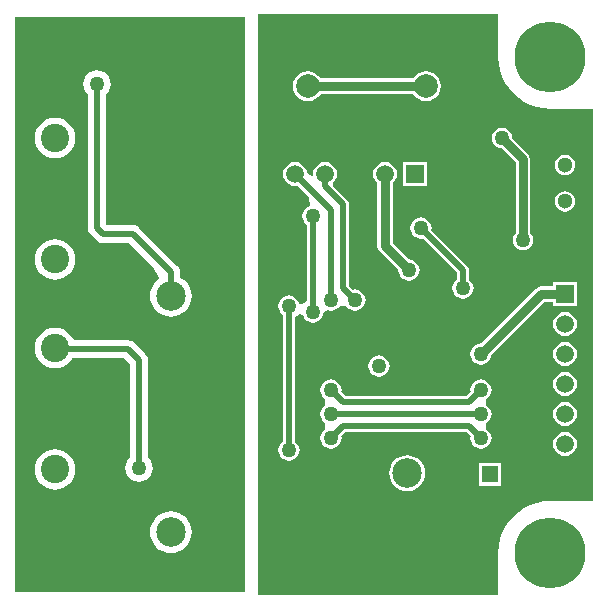
<source format=gtl>
%FSLAX25Y25*%
%MOIN*%
G70*
G01*
G75*
G04 Layer_Physical_Order=1*
G04 Layer_Color=255*
%ADD10C,0.02000*%
%ADD11C,0.03000*%
%ADD12C,0.10000*%
%ADD13C,0.05000*%
%ADD14C,0.07874*%
%ADD15C,0.09843*%
%ADD16C,0.05906*%
%ADD17R,0.05906X0.05906*%
%ADD18C,0.05118*%
%ADD19R,0.05512X0.05512*%
%ADD20C,0.05512*%
%ADD21C,0.23622*%
%ADD22R,0.05906X0.05906*%
%ADD23C,0.09449*%
%ADD24C,0.05000*%
G36*
X163825Y181102D02*
X163817D01*
X163965Y178846D01*
X164406Y176629D01*
X165133Y174488D01*
X166133Y172460D01*
X167389Y170580D01*
X168880Y168880D01*
X170580Y167389D01*
X172460Y166133D01*
X174488Y165133D01*
X176629Y164406D01*
X178846Y163965D01*
X181102Y163817D01*
Y163825D01*
X195321D01*
Y33026D01*
X181102D01*
Y33033D01*
X178846Y32885D01*
X176629Y32444D01*
X174488Y31717D01*
X172460Y30717D01*
X170580Y29461D01*
X168880Y27970D01*
X167389Y26270D01*
X166133Y24390D01*
X165133Y22363D01*
X164406Y20222D01*
X163965Y18004D01*
X163817Y15748D01*
X163825D01*
Y1529D01*
X83529D01*
Y195321D01*
X163825D01*
Y181102D01*
D02*
G37*
G36*
X79451Y2549D02*
X2549D01*
Y194301D01*
X79451D01*
Y2549D01*
D02*
G37*
%LPC*%
G36*
X186000Y75987D02*
X184968Y75851D01*
X184007Y75453D01*
X183181Y74819D01*
X182547Y73993D01*
X182149Y73032D01*
X182013Y72000D01*
X182149Y70968D01*
X182547Y70007D01*
X183181Y69181D01*
X184007Y68547D01*
X184968Y68149D01*
X186000Y68013D01*
X187032Y68149D01*
X187993Y68547D01*
X188819Y69181D01*
X189453Y70007D01*
X189851Y70968D01*
X189987Y72000D01*
X189851Y73032D01*
X189453Y73993D01*
X188819Y74819D01*
X187993Y75453D01*
X187032Y75851D01*
X186000Y75987D01*
D02*
G37*
G36*
Y65987D02*
X184968Y65851D01*
X184007Y65453D01*
X183181Y64819D01*
X182547Y63993D01*
X182149Y63032D01*
X182013Y62000D01*
X182149Y60968D01*
X182547Y60007D01*
X183181Y59181D01*
X184007Y58547D01*
X184968Y58149D01*
X186000Y58013D01*
X187032Y58149D01*
X187993Y58547D01*
X188819Y59181D01*
X189453Y60007D01*
X189851Y60968D01*
X189987Y62000D01*
X189851Y63032D01*
X189453Y63993D01*
X188819Y64819D01*
X187993Y65453D01*
X187032Y65851D01*
X186000Y65987D01*
D02*
G37*
G36*
X158000Y73530D02*
X157086Y73410D01*
X156235Y73057D01*
X155504Y72496D01*
X154943Y71765D01*
X154590Y70914D01*
X154470Y70000D01*
X154545Y69429D01*
X153155Y68039D01*
X112845D01*
X111455Y69429D01*
X111530Y70000D01*
X111410Y70914D01*
X111057Y71765D01*
X110496Y72496D01*
X109765Y73057D01*
X108914Y73410D01*
X108000Y73530D01*
X107086Y73410D01*
X106235Y73057D01*
X105504Y72496D01*
X104943Y71765D01*
X104590Y70914D01*
X104470Y70000D01*
X104590Y69086D01*
X104943Y68235D01*
X105504Y67504D01*
X106160Y67000D01*
Y65000D01*
X105504Y64496D01*
X104943Y63765D01*
X104590Y62914D01*
X104470Y62000D01*
X104590Y61086D01*
X104943Y60235D01*
X105504Y59504D01*
X106160Y59000D01*
Y57000D01*
X105504Y56496D01*
X104943Y55765D01*
X104590Y54914D01*
X104470Y54000D01*
X104590Y53086D01*
X104943Y52235D01*
X105504Y51504D01*
X106235Y50943D01*
X107086Y50590D01*
X108000Y50470D01*
X108914Y50590D01*
X109765Y50943D01*
X110496Y51504D01*
X111057Y52235D01*
X111410Y53086D01*
X111530Y54000D01*
X111455Y54571D01*
X112845Y55961D01*
X153155D01*
X154545Y54571D01*
X154470Y54000D01*
X154590Y53086D01*
X154943Y52235D01*
X155504Y51504D01*
X156235Y50943D01*
X157086Y50590D01*
X158000Y50470D01*
X158914Y50590D01*
X159765Y50943D01*
X160496Y51504D01*
X161057Y52235D01*
X161410Y53086D01*
X161530Y54000D01*
X161410Y54914D01*
X161057Y55765D01*
X160496Y56496D01*
X159840Y57000D01*
Y59000D01*
X160496Y59504D01*
X161057Y60235D01*
X161410Y61086D01*
X161530Y62000D01*
X161410Y62914D01*
X161057Y63765D01*
X160496Y64496D01*
X159840Y65000D01*
Y67000D01*
X160496Y67504D01*
X161057Y68235D01*
X161410Y69086D01*
X161530Y70000D01*
X161410Y70914D01*
X161057Y71765D01*
X160496Y72496D01*
X159765Y73057D01*
X158914Y73410D01*
X158000Y73530D01*
D02*
G37*
G36*
X186000Y85987D02*
X184968Y85851D01*
X184007Y85453D01*
X183181Y84819D01*
X182547Y83993D01*
X182149Y83032D01*
X182013Y82000D01*
X182149Y80968D01*
X182547Y80007D01*
X183181Y79181D01*
X184007Y78547D01*
X184968Y78149D01*
X186000Y78013D01*
X187032Y78149D01*
X187993Y78547D01*
X188819Y79181D01*
X189453Y80007D01*
X189851Y80968D01*
X189987Y82000D01*
X189851Y83032D01*
X189453Y83993D01*
X188819Y84819D01*
X187993Y85453D01*
X187032Y85851D01*
X186000Y85987D01*
D02*
G37*
G36*
X124000Y81530D02*
X123086Y81410D01*
X122235Y81057D01*
X121504Y80496D01*
X120943Y79765D01*
X120590Y78914D01*
X120470Y78000D01*
X120590Y77086D01*
X120943Y76235D01*
X121504Y75504D01*
X122235Y74943D01*
X123086Y74590D01*
X124000Y74470D01*
X124914Y74590D01*
X125765Y74943D01*
X126496Y75504D01*
X127057Y76235D01*
X127410Y77086D01*
X127530Y78000D01*
X127410Y78914D01*
X127057Y79765D01*
X126496Y80496D01*
X125765Y81057D01*
X124914Y81410D01*
X124000Y81530D01*
D02*
G37*
G36*
X186000Y55987D02*
X184968Y55851D01*
X184007Y55453D01*
X183181Y54819D01*
X182547Y53993D01*
X182149Y53032D01*
X182013Y52000D01*
X182149Y50968D01*
X182547Y50007D01*
X183181Y49181D01*
X184007Y48547D01*
X184968Y48149D01*
X186000Y48013D01*
X187032Y48149D01*
X187993Y48547D01*
X188819Y49181D01*
X189453Y50007D01*
X189851Y50968D01*
X189987Y52000D01*
X189851Y53032D01*
X189453Y53993D01*
X188819Y54819D01*
X187993Y55453D01*
X187032Y55851D01*
X186000Y55987D01*
D02*
G37*
G36*
X133370Y48265D02*
X132209Y48151D01*
X131093Y47812D01*
X130064Y47262D01*
X129163Y46522D01*
X128423Y45621D01*
X127873Y44592D01*
X127534Y43476D01*
X127420Y42315D01*
X127534Y41154D01*
X127873Y40038D01*
X128423Y39009D01*
X129163Y38108D01*
X130064Y37368D01*
X131093Y36818D01*
X132209Y36479D01*
X133370Y36365D01*
X134531Y36479D01*
X135647Y36818D01*
X136676Y37368D01*
X137577Y38108D01*
X138317Y39009D01*
X138867Y40038D01*
X139206Y41154D01*
X139320Y42315D01*
X139206Y43476D01*
X138867Y44592D01*
X138317Y45621D01*
X137577Y46522D01*
X136676Y47262D01*
X135647Y47812D01*
X134531Y48151D01*
X133370Y48265D01*
D02*
G37*
G36*
X54630Y29585D02*
X53273Y29451D01*
X51968Y29055D01*
X50766Y28413D01*
X49712Y27548D01*
X48847Y26494D01*
X48205Y25291D01*
X47809Y23987D01*
X47675Y22630D01*
X47809Y21273D01*
X48205Y19969D01*
X48847Y18766D01*
X49712Y17712D01*
X50766Y16847D01*
X51968Y16205D01*
X53273Y15809D01*
X54630Y15675D01*
X55987Y15809D01*
X57291Y16205D01*
X58494Y16847D01*
X59548Y17712D01*
X60413Y18766D01*
X61055Y19969D01*
X61451Y21273D01*
X61585Y22630D01*
X61451Y23987D01*
X61055Y25291D01*
X60413Y26494D01*
X59548Y27548D01*
X58494Y28413D01*
X57291Y29055D01*
X55987Y29451D01*
X54630Y29585D01*
D02*
G37*
G36*
X16000Y50284D02*
X14682Y50155D01*
X13414Y49770D01*
X12246Y49146D01*
X11222Y48305D01*
X10382Y47282D01*
X9757Y46113D01*
X9373Y44846D01*
X9243Y43528D01*
X9373Y42209D01*
X9757Y40942D01*
X10382Y39774D01*
X11222Y38750D01*
X12246Y37909D01*
X13414Y37285D01*
X14682Y36900D01*
X16000Y36771D01*
X17318Y36900D01*
X18586Y37285D01*
X19754Y37909D01*
X20778Y38750D01*
X21618Y39774D01*
X22243Y40942D01*
X22627Y42209D01*
X22757Y43528D01*
X22627Y44846D01*
X22243Y46113D01*
X21618Y47282D01*
X20778Y48305D01*
X19754Y49146D01*
X18586Y49770D01*
X17318Y50155D01*
X16000Y50284D01*
D02*
G37*
G36*
Y90757D02*
X14682Y90627D01*
X13414Y90243D01*
X12246Y89618D01*
X11222Y88778D01*
X10382Y87754D01*
X9757Y86586D01*
X9373Y85318D01*
X9243Y84000D01*
X9373Y82682D01*
X9757Y81414D01*
X10382Y80246D01*
X11222Y79222D01*
X12246Y78382D01*
X13414Y77757D01*
X14682Y77373D01*
X16000Y77243D01*
X17318Y77373D01*
X18586Y77757D01*
X19754Y78382D01*
X20778Y79222D01*
X21618Y80246D01*
X21780Y80549D01*
X39172D01*
X40974Y78747D01*
Y47350D01*
X40791Y47209D01*
X40069Y46269D01*
X39616Y45175D01*
X39461Y44000D01*
X39616Y42825D01*
X40069Y41731D01*
X40791Y40791D01*
X41731Y40069D01*
X42825Y39616D01*
X44000Y39461D01*
X45175Y39616D01*
X46269Y40069D01*
X47209Y40791D01*
X47931Y41731D01*
X48384Y42825D01*
X48539Y44000D01*
X48384Y45175D01*
X47931Y46269D01*
X47209Y47209D01*
X47026Y47350D01*
Y80000D01*
X46923Y80783D01*
X46621Y81513D01*
X46140Y82140D01*
X42565Y85714D01*
X41938Y86195D01*
X41208Y86498D01*
X40425Y86601D01*
X22235D01*
X21618Y87754D01*
X20778Y88778D01*
X19754Y89618D01*
X18586Y90243D01*
X17318Y90627D01*
X16000Y90757D01*
D02*
G37*
G36*
X164756Y45661D02*
X157244D01*
Y38150D01*
X164756D01*
Y45661D01*
D02*
G37*
G36*
X106000Y145987D02*
X104968Y145851D01*
X104007Y145453D01*
X103181Y144819D01*
X102547Y143993D01*
X102149Y143032D01*
X102013Y142000D01*
X102082Y141481D01*
X101129Y141011D01*
X101718Y141302D01*
X99955Y142245D01*
X99851Y143032D01*
X99453Y143993D01*
X98819Y144819D01*
X97993Y145453D01*
X97032Y145851D01*
X96000Y145987D01*
X94968Y145851D01*
X94007Y145453D01*
X93181Y144819D01*
X92547Y143993D01*
X92149Y143032D01*
X92013Y142000D01*
X92149Y140968D01*
X92547Y140007D01*
X93181Y139181D01*
X94007Y138547D01*
X94968Y138149D01*
X96000Y138013D01*
X96975Y138142D01*
X100743Y134019D01*
X101043Y131739D01*
X100958Y131357D01*
X100235Y131057D01*
X99504Y130496D01*
X98943Y129765D01*
X98590Y128914D01*
X98470Y128000D01*
X98590Y127086D01*
X98943Y126235D01*
X99504Y125504D01*
X99961Y125153D01*
Y99782D01*
X98374Y98564D01*
X97422Y98819D01*
X97410Y98914D01*
X97057Y99765D01*
X96496Y100496D01*
X95765Y101057D01*
X94914Y101410D01*
X94000Y101530D01*
X93086Y101410D01*
X92235Y101057D01*
X91504Y100496D01*
X90943Y99765D01*
X90590Y98914D01*
X90470Y98000D01*
X90590Y97086D01*
X90943Y96235D01*
X91504Y95504D01*
X91961Y95153D01*
Y52847D01*
X91504Y52496D01*
X90943Y51765D01*
X90590Y50914D01*
X90470Y50000D01*
X90590Y49086D01*
X90943Y48235D01*
X91504Y47504D01*
X92235Y46943D01*
X93086Y46590D01*
X94000Y46470D01*
X94914Y46590D01*
X95765Y46943D01*
X96496Y47504D01*
X97057Y48235D01*
X97410Y49086D01*
X97530Y50000D01*
X97410Y50914D01*
X97057Y51765D01*
X96496Y52496D01*
X96039Y52847D01*
Y94218D01*
X97626Y95436D01*
X98578Y95181D01*
X98590Y95086D01*
X98943Y94235D01*
X99504Y93504D01*
X100235Y92943D01*
X101086Y92590D01*
X102000Y92470D01*
X102914Y92590D01*
X103765Y92943D01*
X104496Y93504D01*
X105057Y94235D01*
X105410Y95086D01*
X105530Y96000D01*
Y96000D01*
X105530Y96000D01*
X107086Y96590D01*
X108000Y96470D01*
X108914Y96590D01*
X109765Y96943D01*
X110496Y97504D01*
X111000Y98160D01*
X113000D01*
X113504Y97504D01*
X114235Y96943D01*
X115086Y96590D01*
X116000Y96470D01*
X116914Y96590D01*
X117765Y96943D01*
X118496Y97504D01*
X119057Y98235D01*
X119410Y99086D01*
X119530Y100000D01*
X119410Y100914D01*
X119057Y101765D01*
X118496Y102496D01*
X117765Y103057D01*
X116914Y103410D01*
X116000Y103530D01*
X115429Y103455D01*
X114039Y104845D01*
Y132000D01*
X113884Y132780D01*
X113442Y133442D01*
X108750Y138133D01*
X108819Y139181D01*
X109453Y140007D01*
X109851Y140968D01*
X109987Y142000D01*
X109851Y143032D01*
X109453Y143993D01*
X108819Y144819D01*
X107993Y145453D01*
X107032Y145851D01*
X106000Y145987D01*
D02*
G37*
G36*
X139953Y145953D02*
X132047D01*
Y138047D01*
X139953D01*
Y145953D01*
D02*
G37*
G36*
X186000Y136286D02*
X185123Y136170D01*
X184306Y135832D01*
X183604Y135293D01*
X183066Y134592D01*
X182727Y133774D01*
X182612Y132898D01*
X182727Y132021D01*
X183066Y131204D01*
X183604Y130502D01*
X184306Y129964D01*
X185123Y129625D01*
X186000Y129510D01*
X186877Y129625D01*
X187694Y129964D01*
X188396Y130502D01*
X188934Y131204D01*
X189273Y132021D01*
X189388Y132898D01*
X189273Y133774D01*
X188934Y134592D01*
X188396Y135293D01*
X187694Y135832D01*
X186877Y136170D01*
X186000Y136286D01*
D02*
G37*
G36*
X139685Y176287D02*
X138396Y176117D01*
X137195Y175620D01*
X136164Y174828D01*
X135418Y173856D01*
X104582D01*
X103836Y174828D01*
X102805Y175620D01*
X101604Y176117D01*
X100315Y176287D01*
X99026Y176117D01*
X97825Y175620D01*
X96794Y174828D01*
X96003Y173797D01*
X95505Y172596D01*
X95335Y171307D01*
X95505Y170018D01*
X96003Y168817D01*
X96794Y167786D01*
X97825Y166995D01*
X99026Y166497D01*
X100315Y166328D01*
X101604Y166497D01*
X102805Y166995D01*
X103836Y167786D01*
X104582Y168758D01*
X135418D01*
X136164Y167786D01*
X137195Y166995D01*
X138396Y166497D01*
X139685Y166328D01*
X140974Y166497D01*
X142175Y166995D01*
X143206Y167786D01*
X143998Y168817D01*
X144495Y170018D01*
X144665Y171307D01*
X144495Y172596D01*
X143998Y173797D01*
X143206Y174828D01*
X142175Y175620D01*
X140974Y176117D01*
X139685Y176287D01*
D02*
G37*
G36*
X16000Y160757D02*
X14682Y160627D01*
X13414Y160243D01*
X12246Y159618D01*
X11222Y158778D01*
X10382Y157754D01*
X9757Y156586D01*
X9373Y155318D01*
X9243Y154000D01*
X9373Y152682D01*
X9757Y151414D01*
X10382Y150246D01*
X11222Y149222D01*
X12246Y148382D01*
X13414Y147757D01*
X14682Y147373D01*
X16000Y147243D01*
X17318Y147373D01*
X18586Y147757D01*
X19754Y148382D01*
X20778Y149222D01*
X21618Y150246D01*
X22243Y151414D01*
X22627Y152682D01*
X22757Y154000D01*
X22627Y155318D01*
X22243Y156586D01*
X21618Y157754D01*
X20778Y158778D01*
X19754Y159618D01*
X18586Y160243D01*
X17318Y160627D01*
X16000Y160757D01*
D02*
G37*
G36*
X186000Y148490D02*
X185123Y148375D01*
X184306Y148037D01*
X183604Y147498D01*
X183066Y146796D01*
X182727Y145979D01*
X182612Y145102D01*
X182727Y144226D01*
X183066Y143408D01*
X183604Y142707D01*
X184306Y142168D01*
X185123Y141830D01*
X186000Y141714D01*
X186877Y141830D01*
X187694Y142168D01*
X188396Y142707D01*
X188934Y143408D01*
X189273Y144226D01*
X189388Y145102D01*
X189273Y145979D01*
X188934Y146796D01*
X188396Y147498D01*
X187694Y148037D01*
X186877Y148375D01*
X186000Y148490D01*
D02*
G37*
G36*
X165000Y157328D02*
X164138Y157215D01*
X163336Y156883D01*
X162646Y156354D01*
X162118Y155664D01*
X161785Y154861D01*
X161671Y154000D01*
X161785Y153138D01*
X162118Y152336D01*
X162646Y151646D01*
X163336Y151118D01*
X164138Y150785D01*
X165000Y150672D01*
X165011Y150673D01*
X169655Y146029D01*
Y122360D01*
X169646Y122354D01*
X169117Y121664D01*
X168785Y120861D01*
X168672Y120000D01*
X168785Y119139D01*
X169117Y118336D01*
X169646Y117646D01*
X170336Y117118D01*
X171139Y116785D01*
X172000Y116672D01*
X172862Y116785D01*
X173664Y117118D01*
X174354Y117646D01*
X174882Y118336D01*
X175215Y119139D01*
X175329Y120000D01*
X175215Y120861D01*
X174882Y121664D01*
X174354Y122354D01*
X174345Y122360D01*
Y147000D01*
X174167Y147897D01*
X173658Y148658D01*
X173658Y148658D01*
X168327Y153989D01*
X168328Y154000D01*
X168215Y154861D01*
X167883Y155664D01*
X167354Y156354D01*
X166664Y156883D01*
X165861Y157215D01*
X165000Y157328D01*
D02*
G37*
G36*
X189953Y105953D02*
X182047D01*
Y104549D01*
X178000D01*
X177024Y104355D01*
X176198Y103802D01*
X157914Y85519D01*
X157086Y85410D01*
X156235Y85057D01*
X155504Y84496D01*
X154943Y83765D01*
X154590Y82914D01*
X154470Y82000D01*
X154590Y81086D01*
X154943Y80235D01*
X155504Y79504D01*
X156235Y78943D01*
X157086Y78590D01*
X158000Y78470D01*
X158914Y78590D01*
X159765Y78943D01*
X160496Y79504D01*
X161057Y80235D01*
X161410Y81086D01*
X161519Y81914D01*
X179056Y99451D01*
X182047D01*
Y98047D01*
X189953D01*
Y105953D01*
D02*
G37*
G36*
X30000Y176539D02*
X28825Y176384D01*
X27731Y175931D01*
X26791Y175209D01*
X26069Y174269D01*
X25616Y173175D01*
X25461Y172000D01*
X25616Y170825D01*
X26069Y169731D01*
X26791Y168791D01*
X26974Y168650D01*
Y124000D01*
X27077Y123217D01*
X27380Y122487D01*
X27860Y121860D01*
X29860Y119860D01*
X29860D01*
X29860Y119860D01*
X29860Y119860D01*
Y119860D01*
X30487Y119379D01*
X31217Y119077D01*
X31217Y119077D01*
X31217Y119077D01*
D01*
X31217Y119077D01*
X31217Y119077D01*
X32000Y118974D01*
X32000Y118974D01*
X40747D01*
X48697Y111024D01*
X50624Y107418D01*
X50605Y107020D01*
X49712Y106288D01*
X48847Y105234D01*
X48205Y104032D01*
X47809Y102727D01*
X47675Y101370D01*
X47809Y100013D01*
X48205Y98709D01*
X48847Y97506D01*
X49712Y96452D01*
X50766Y95587D01*
X51968Y94945D01*
X53273Y94549D01*
X54630Y94415D01*
X55987Y94549D01*
X57291Y94945D01*
X58494Y95587D01*
X59548Y96452D01*
X60413Y97506D01*
X61055Y98709D01*
X61451Y100013D01*
X61585Y101370D01*
X61451Y102727D01*
X61055Y104032D01*
X60413Y105234D01*
X59548Y106288D01*
X58494Y107153D01*
X57656Y107601D01*
Y109370D01*
X57553Y110153D01*
X57250Y110883D01*
X56770Y111510D01*
X56770Y111510D01*
X44140Y124140D01*
X43513Y124620D01*
X42783Y124923D01*
X42000Y125026D01*
X33253D01*
X33026Y125253D01*
Y168650D01*
X33209Y168791D01*
X33931Y169731D01*
X34384Y170825D01*
X34539Y172000D01*
X34384Y173175D01*
X33931Y174269D01*
X33209Y175209D01*
X32269Y175931D01*
X31175Y176384D01*
X30000Y176539D01*
D02*
G37*
G36*
X186000Y95987D02*
X184968Y95851D01*
X184007Y95453D01*
X183181Y94819D01*
X182547Y93993D01*
X182149Y93032D01*
X182013Y92000D01*
X182149Y90968D01*
X182547Y90007D01*
X183181Y89181D01*
X184007Y88547D01*
X184968Y88149D01*
X186000Y88013D01*
X187032Y88149D01*
X187993Y88547D01*
X188819Y89181D01*
X189453Y90007D01*
X189851Y90968D01*
X189987Y92000D01*
X189851Y93032D01*
X189453Y93993D01*
X188819Y94819D01*
X187993Y95453D01*
X187032Y95851D01*
X186000Y95987D01*
D02*
G37*
G36*
X16000Y120284D02*
X14682Y120155D01*
X13414Y119770D01*
X12246Y119146D01*
X11222Y118305D01*
X10382Y117281D01*
X9757Y116113D01*
X9373Y114846D01*
X9243Y113528D01*
X9373Y112209D01*
X9757Y110942D01*
X10382Y109774D01*
X11222Y108750D01*
X12246Y107909D01*
X13414Y107285D01*
X14682Y106900D01*
X16000Y106771D01*
X17318Y106900D01*
X18586Y107285D01*
X19754Y107909D01*
X20778Y108750D01*
X21618Y109774D01*
X22243Y110942D01*
X22627Y112209D01*
X22757Y113528D01*
X22627Y114846D01*
X22243Y116113D01*
X21618Y117281D01*
X20778Y118305D01*
X19754Y119146D01*
X18586Y119770D01*
X17318Y120155D01*
X16000Y120284D01*
D02*
G37*
G36*
X126000Y145987D02*
X124968Y145851D01*
X124007Y145453D01*
X123181Y144819D01*
X122547Y143993D01*
X122149Y143032D01*
X122013Y142000D01*
X122149Y140968D01*
X122547Y140007D01*
X123181Y139181D01*
X123451Y138974D01*
Y118000D01*
X123645Y117025D01*
X124198Y116198D01*
X130481Y109914D01*
X130590Y109086D01*
X130943Y108235D01*
X131504Y107504D01*
X132235Y106943D01*
X133086Y106590D01*
X134000Y106470D01*
X134914Y106590D01*
X135765Y106943D01*
X136496Y107504D01*
X137057Y108235D01*
X137410Y109086D01*
X137530Y110000D01*
X137410Y110914D01*
X137057Y111765D01*
X136496Y112496D01*
X135765Y113057D01*
X134914Y113410D01*
X134086Y113519D01*
X128549Y119056D01*
Y138974D01*
X128819Y139181D01*
X129453Y140007D01*
X129851Y140968D01*
X129987Y142000D01*
X129851Y143032D01*
X129453Y143993D01*
X128819Y144819D01*
X127993Y145453D01*
X127032Y145851D01*
X126000Y145987D01*
D02*
G37*
G36*
X138000Y127530D02*
X137086Y127410D01*
X136235Y127057D01*
X135504Y126496D01*
X134943Y125765D01*
X134590Y124914D01*
X134470Y124000D01*
X134590Y123086D01*
X134943Y122235D01*
X135504Y121504D01*
X136235Y120943D01*
X137086Y120590D01*
X138000Y120470D01*
X138571Y120545D01*
X149961Y109155D01*
Y106847D01*
X149504Y106496D01*
X148943Y105765D01*
X148590Y104914D01*
X148470Y104000D01*
X148590Y103086D01*
X148943Y102235D01*
X149504Y101504D01*
X150235Y100943D01*
X151086Y100590D01*
X152000Y100470D01*
X152914Y100590D01*
X153765Y100943D01*
X154496Y101504D01*
X155057Y102235D01*
X155410Y103086D01*
X155530Y104000D01*
X155410Y104914D01*
X155057Y105765D01*
X154496Y106496D01*
X154039Y106847D01*
Y110000D01*
X153884Y110780D01*
X153442Y111442D01*
X141455Y123429D01*
X141530Y124000D01*
X141410Y124914D01*
X141057Y125765D01*
X140496Y126496D01*
X139765Y127057D01*
X138914Y127410D01*
X138000Y127530D01*
D02*
G37*
%LPD*%
D10*
X115000Y22000D02*
X122000Y15000D01*
X108000Y22000D02*
X115000D01*
X152000Y104000D02*
Y110000D01*
X132000Y158000D02*
X136000D01*
X156000Y138000D01*
X154000Y66000D02*
X158000Y70000D01*
X112000Y66000D02*
X154000D01*
Y58000D02*
X158000Y54000D01*
X112000Y58000D02*
X154000D01*
X108000Y54000D02*
X112000Y58000D01*
X108000Y70000D02*
X112000Y66000D01*
X116000Y142000D02*
X132000Y158000D01*
X156000Y134000D02*
Y138000D01*
X138000Y124000D02*
X152000Y110000D01*
X126000Y89055D02*
Y110000D01*
X116000Y120000D02*
X126000Y110000D01*
X116000Y120000D02*
Y142000D01*
X126000Y89055D02*
X133370Y81685D01*
X102000Y96000D02*
Y128000D01*
X112000Y104000D02*
Y132000D01*
X106000Y138000D02*
X112000Y132000D01*
X106000Y138000D02*
Y142000D01*
X108000Y100000D02*
Y130000D01*
X96000Y142000D02*
X108000Y130000D01*
X86000Y62000D02*
Y98000D01*
X94000Y50000D02*
Y98000D01*
X112000Y104000D02*
X116000Y100000D01*
X88000Y14000D02*
X121000D01*
X108000Y62000D02*
X158000D01*
X16425Y83575D02*
X40425D01*
X44000Y80000D01*
Y44000D02*
Y80000D01*
X54630Y101370D02*
Y109370D01*
X42000Y122000D02*
X54630Y109370D01*
X30000Y124000D02*
Y172000D01*
Y124000D02*
X32000Y122000D01*
X42000D01*
D11*
X165000Y154000D02*
X172000Y147000D01*
X126000Y118000D02*
X134000Y110000D01*
X126000Y118000D02*
Y142000D01*
X158000Y82000D02*
X178000Y102000D01*
X186000D01*
X100315Y171307D02*
X139685D01*
X172000Y120000D02*
Y147000D01*
D12*
X16000Y64000D02*
X30000Y50000D01*
X15748Y15748D02*
X30000D01*
Y50000D01*
X15748Y15748D02*
X30252D01*
X36000Y10000D01*
X15748Y181102D02*
X16646Y182000D01*
X36000D01*
X68000Y150000D01*
X36000Y10000D02*
X62000D01*
X68000Y16000D01*
Y88000D01*
Y150000D01*
D13*
X40000Y98000D02*
X50000Y88000D01*
X68000D01*
X5000Y98000D02*
X26000D01*
X40000D01*
X5000D02*
Y117000D01*
X16000Y128000D01*
Y134000D01*
Y128000D02*
X26000Y118000D01*
Y98000D02*
Y118000D01*
D14*
X139685Y171307D02*
D03*
X120000Y184693D02*
D03*
X100315Y171307D02*
D03*
D15*
X133370Y42315D02*
D03*
Y81685D02*
D03*
X54630Y22630D02*
D03*
Y101370D02*
D03*
D16*
X186000Y42000D02*
D03*
Y52000D02*
D03*
Y62000D02*
D03*
Y72000D02*
D03*
Y92000D02*
D03*
Y82000D02*
D03*
X96000Y142000D02*
D03*
X106000D02*
D03*
X116000D02*
D03*
X126000D02*
D03*
D17*
X186000Y102000D02*
D03*
D18*
Y145102D02*
D03*
Y132898D02*
D03*
D19*
X161000Y41906D02*
D03*
D20*
Y30095D02*
D03*
D21*
X15748Y15748D02*
D03*
X181102D02*
D03*
X15748Y181102D02*
D03*
X181102D02*
D03*
D22*
X136000Y142000D02*
D03*
D23*
X16000Y43528D02*
D03*
Y84000D02*
D03*
Y64000D02*
D03*
Y113528D02*
D03*
Y154000D02*
D03*
Y134000D02*
D03*
D24*
X168000Y164000D02*
D03*
X96000Y124000D02*
D03*
X132000Y128000D02*
D03*
Y52000D02*
D03*
X118000Y46000D02*
D03*
X172000Y67000D02*
D03*
X192000Y87000D02*
D03*
X160000Y190598D02*
D03*
X142000Y106000D02*
D03*
X158000Y90000D02*
D03*
X156000Y134000D02*
D03*
X134000Y110000D02*
D03*
X132000Y158000D02*
D03*
X158000Y82000D02*
D03*
X102000Y128000D02*
D03*
X138000Y124000D02*
D03*
X152000Y104000D02*
D03*
X165000Y154000D02*
D03*
X172000Y120000D02*
D03*
X86000Y62000D02*
D03*
X94000Y98000D02*
D03*
X102000Y96000D02*
D03*
X116000Y100000D02*
D03*
X108000D02*
D03*
X126000Y110000D02*
D03*
X192000Y150000D02*
D03*
X190000Y160000D02*
D03*
X192000Y128000D02*
D03*
X86000Y98000D02*
D03*
X108000Y70000D02*
D03*
X122000Y15000D02*
D03*
X94000Y50000D02*
D03*
X124000Y78000D02*
D03*
X158000Y54000D02*
D03*
Y62000D02*
D03*
Y70000D02*
D03*
X108000Y62000D02*
D03*
Y54000D02*
D03*
X160000Y6000D02*
D03*
X88000Y184000D02*
D03*
Y35000D02*
D03*
Y14000D02*
D03*
X108000Y22000D02*
D03*
X30000Y172000D02*
D03*
X44000Y44000D02*
D03*
M02*

</source>
